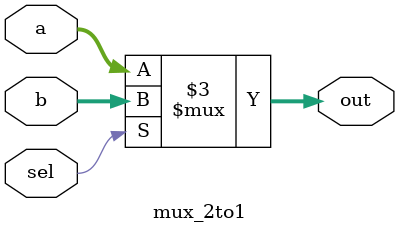
<source format=v>
module top_module (
    input clk,
    input reset,      // Synchronous active-high reset
    input [7:0] d1,   // Input for multiplexer
    input [7:0] d2,   // Input for multiplexer
    input sel,        // Select input for multiplexer
    output [7:0] q    // Output from functional module
);

    // Counter module
    reg [3:0] count;
    always @(posedge clk) begin
        if (reset) begin
            count <= 4'b0000;
        end else begin
            count <= count + 1;
        end
    end
    
    // Multiplexer module
    wire [7:0] mux_out;
    mux_2to1 mux_inst (
        .a(d1),
        .b(d2),
        .sel(sel),
        .out(mux_out)
    );
    
    // Functional module
    wire [7:0] sum;
    assign sum = count + mux_out;
    
    // Output
    assign q = sum;

endmodule

// 2-to-1 multiplexer module
module mux_2to1 (
    input [7:0] a,
    input [7:0] b,
    input sel,
    output reg [7:0] out
);
    always @(*) begin
        if (sel) begin
            out = b;
        end else begin
            out = a;
        end
    end
endmodule
</source>
